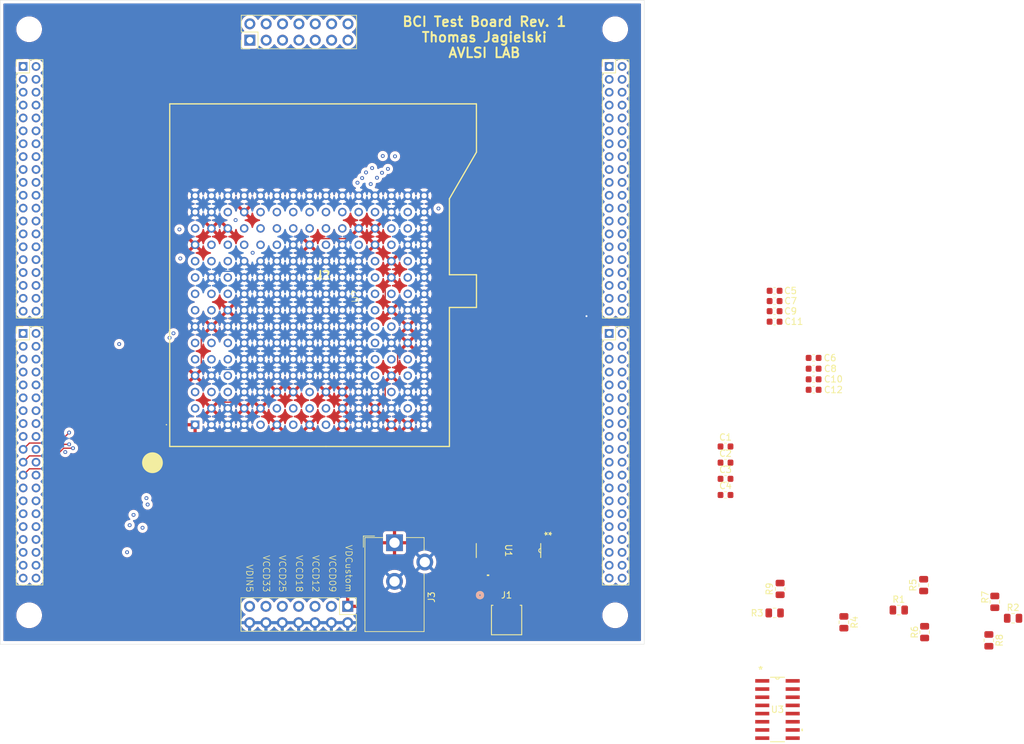
<source format=kicad_pcb>
(kicad_pcb (version 20240108) (generator "pcbnew") (generator_version "8.0")
  (layers (0 "F.Cu" signal) (1 "In1.Cu" signal) (2 "In2.Cu" signal) (31 "B.Cu" signal) (34 "B.Paste" user) (35 "F.Paste" user) (36 "B.SilkS" user "B.Silkscreen") (37 "F.SilkS" user "F.Silkscreen") (38 "B.Mask" user) (39 "F.Mask" user) (44 "Edge.Cuts" user))
  (net 0 "")
  (net 1 "/GND")
  (net 2 "/VCCD33")
  (net 3 "/VDD08")
  (net 4 "/HALO_clk_aes_i_cell")
  (net 5 "/HALO_din_data_i_3_cell")
  (net 6 "/HALO_dout_data_o_4_cell")
  (net 7 "/ibex_SPI_slave_SCLK_i_cell")
  (net 8 "/HALO_clk_intcnt_i_cell")
  (net 9 "/AMC_sram_finish_o_cell")
  (net 10 "/HALO_dout_data_o_2_cell")
  (net 11 "/HALO_dout_data_o_0_cell")
  (net 12 "/HALO_din_data_i_6_cell")
  (net 13 "/ibex_GPIO_OUT_data_o_3_cell")
  (net 14 "/AMC_sram_sleep_i_cell")
  (net 15 "/HALO_clk_dwt_i_cell")
  (net 16 "/HALO_clk_rc_i_cell")
  (net 17 "/ibex_GPIO_OUT_data_o_7_cell")
  (net 18 "/HALO_din_data_i_1_cell")
  (net 19 "/ibex_prog_i_cell")
  (net 20 "/HALO_cfg_mux_i_3_cell")
  (net 21 "/HALO_cfg_mux_i_2_cell")
  (net 22 "/HALO_clk_in_internal_o_cell")
  (net 23 "/HALO_clk_ma_i_cell")
  (net 24 "/HALO_din_data_i_7_cell")
  (net 25 "/HALO_pipeline_i_2_cell")
  (net 26 "/ibex_SPI_slave_MOSI_i_cell")
  (net 27 "/HALO_clk_in_i_cell")
  (net 28 "/HALO_din_data_i_2_cell")
  (net 29 "/HALO_cfg_data_in_i_cell")
  (net 30 "/HALO_cfg_mux_i_1_cell")
  (net 31 "/HALO_din_data_i_0_cell")
  (net 32 "/ibex_rst_ni_cell")
  (net 33 "/HALO_dout_data_o_1_cell")
  (net 34 "/HALO_clk_gate_i_cell")
  (net 35 "/AMC_sram_mux_i_0_cell")
  (net 36 "/ibex_GPIO_OUT_data_o_5_cell")
  (net 37 "/HALO_din_data_i_4_cell")
  (net 38 "/ibex_GPIO_OUT_data_o_0_cell")
  (net 39 "/HALO_pipeline_i_3_cell")
  (net 40 "/HALO_clk_out_internal_o_cell")
  (net 41 "/AMC_sram_reset_i_cell")
  (net 42 "/HALO_clk_lic_i_cell")
  (net 43 "/AMC_sram_test_i_cell")
  (net 44 "/AMC_sram_mux_i_1_cell")
  (net 45 "/HALO_clk_neo_i_cell")
  (net 46 "/HALO_aes_en_i_cell")
  (net 47 "/HALO_din_data_i_5_cell")
  (net 48 "/HALO_cfg_mux_i_0_cell")
  (net 49 "/ibex_GPIO_OUT_data_o_6_cell")
  (net 50 "/HALO_dout_data_o_6_cell")
  (net 51 "/HALO_pipeline_i_1_cell")
  (net 52 "/HALO_pipeline_i_0_cell")
  (net 53 "/HALO_clk_thr_i_cell")
  (net 54 "/HALO_cfg_rw_i_cell")
  (net 55 "/ibex_irq_i_cell")
  (net 56 "/HALO_cfg_sel_i_cell")
  (net 57 "/HALO_cfg_data_in_valid_i_cell")
  (net 58 "/HALO_clk_tok_i_cell")
  (net 59 "/HALO_rst_ni_cell")
  (net 60 "/ibex_clk_i_cell")
  (net 61 "/HALO_dout_data_o_7_cell")
  (net 62 "/HALO_clk_out_i_cell")
  (net 63 "/HALO_dout_data_o_5_cell")
  (net 64 "/HALO_din_vld_i_cell")
  (net 65 "/HALO_cfg_en_i_cell")
  (net 66 "/HALO_dout_data_o_3_cell")
  (net 67 "/ibex_GPIO_OUT_valid_o_cell")
  (net 68 "/AMC_sram_mux_i_2_cell")
  (net 69 "/ibex_GPIO_OUT_data_o_2_cell")
  (net 70 "/ibex_GPIO_OUT_data_o_1_cell")
  (net 71 "/HALO_top_mux_i_cell")
  (net 72 "/AMC_sram_error_o_cell")
  (net 73 "/HALO_gate_en_i_cell")
  (net 74 "/HALO_clk_lz_i_cell")
  (net 75 "/HALO_cfg_data_out_o_cell")
  (net 76 "/HALO_cfg_ack_o_cell")
  (net 77 "/ibex_GPIO_OUT_data_o_4_cell")
  (net 78 "/HALO_dout_vld_o_cell")
  (net 80 "Net-(U1-G)")
  (net 81 "Net-(U1-*G)")
  (net 82 "Net-(U3-G)")
  (net 83 "/NCS_P")
  (net 84 "/NCS")
  (net 85 "Net-(U3-*G)")
  (net 86 "/MISO1_P")
  (net 87 "/SCLK_N")
  (net 89 "/NCS_N")
  (net 90 "/SCLK")
  (net 91 "/MISO1")
  (net 92 "/SCLK_P")
  (net 93 "/MISO1_N")
  (net 94 "/MISO2_N")
  (net 98 "/MISO2")
  (net 100 "/MISO2_P")
  (net 101 "/MOSI_P")
  (net 102 "/MOSI_N")
  (net 103 "/MOSI")
  (footprint "Capacitor_SMD:C_0603_1608Metric" (layer "F.Cu") (at 164 91.625)
    (property "Reference" "C6")
    (property "Value" "10p")
  )
  (footprint "Capacitor_SMD:C_0603_1608Metric" (layer "F.Cu") (at 157.94 82.8)
    (property "Reference" "C7")
    (property "Value" "1n")
  )
  (footprint "Capacitor_SMD:C_0603_1608Metric" (layer "F.Cu") (at 150.32 110.4)
    (property "Reference" "C3")
    (property "Value" "100n")
  )
  (footprint "avlsi_preferred_parts:CONN_A79623-001_OMN" (layer "F.Cu") (at 116.325 132.325)
    (property "Reference" "J1")
    (property "Value" "A79623-001")
  )
  (footprint "Resistor_SMD:R_0805_2012Metric" (layer "F.Cu") (at 181.2378 134.205 -90)
    (property "Reference" "R6")
    (property "Value" "100")
  )
  (footprint "avlsi_preferred_parts:D16" (layer "F.Cu") (at 116.625 121.5378 -90)
    (property "Reference" "U1")
    (property "Value" "SN65LVDS33D")
  )
  (footprint "Capacitor_SMD:C_0603_1608Metric" (layer "F.Cu") (at 157.94 86)
    (property "Reference" "C11")
    (property "Value" "10u")
  )
  (footprint "Capacitor_SMD:C_0603_1608Metric" (layer "F.Cu") (at 157.94 84.37)
    (property "Reference" "C9")
    (property "Value" "100n")
  )
  (footprint "Resistor_SMD:R_0805_2012Metric" (layer "F.Cu") (at 191.2128 135.48 -90)
    (property "Reference" "R8")
    (property "Value" "10k")
  )
  (footprint "Connector_BarrelJack:BarrelJack_CUI_PJ-102AH_Horizontal" (layer "F.Cu") (at 98.925 120.325)
    (property "Reference" "J3")
    (property "Value" "PJ-102AH")
  )
  (footprint "Resistor_SMD:R_0805_2012Metric" (layer "F.Cu") (at 168.7 132.675 -90)
    (property "Reference" "R4")
    (property "Value" "100")
  )
  (footprint "Resistor_SMD:R_0805_2012Metric" (layer "F.Cu") (at 177.225 130.775)
    (property "Reference" "R1")
    (property "Value" "10k")
  )
  (footprint "Resistor_SMD:R_0805_2012Metric" (layer "F.Cu") (at 181.0878 126.905 90)
    (property "Reference" "R5")
    (property "Value" "100")
  )
  (footprint "Resistor_SMD:R_0805_2012Metric" (layer "F.Cu") (at 158.7983 127.495 90)
    (property "Reference" "R9")
    (property "Value" "10k")
  )
  (footprint "Capacitor_SMD:C_0603_1608Metric" (layer "F.Cu") (at 164 96.575 180)
    (property "Reference" "C12")
    (property "Value" "10u")
  )
  (footprint "Resistor_SMD:R_0805_2012Metric" (layer "F.Cu") (at 192.1378 129.505 90)
    (property "Reference" "R7")
    (property "Value" "10k")
  )
  (footprint "Capacitor_SMD:C_0603_1608Metric" (layer "F.Cu") (at 164 93.3)
    (property "Reference" "C8")
    (property "Value" "1n")
  )
  (footprint "avlsi_preferred_parts:D16" (layer "F.Cu") (at 158.3896 146.219)
    (property "Reference" "U3")
    (property "Value" "SN65LVDS33D")
  )
  (footprint "Capacitor_SMD:C_0603_1608Metric" (layer "F.Cu") (at 150.32 107.89)
    (property "Reference" "C2")
    (property "Value" "10u")
  )
  (footprint "Capacitor_SMD:C_0603_1608Metric" (layer "F.Cu") (at 157.94 81.205)
    (property "Reference" "C5")
    (property "Value" "10p")
  )
  (footprint "Capacitor_SMD:C_0603_1608Metric" (layer "F.Cu") (at 150.32 112.91)
    (property "Reference" "C4")
    (property "Value" "10u")
  )
  (footprint "avlsi_preferred_parts:avlsi_power_board_opal_kelly" (layer "F.Cu") (at 88.63 88.37)
    (property "Reference" "U2")
    (property "Value" "~")
    (fp_rect (start -50.94 -52.28) (end 49.06 47.72) (stroke (width 0.05)) (fill none) (layer "Edge.Cuts"))
  )
  (footprint "Capacitor_SMD:C_0603_1608Metric" (layer "F.Cu") (at 164 94.95)
    (property "Reference" "C10")
    (property "Value" "100n")
  )
  (footprint "Resistor_SMD:R_0805_2012Metric" (layer "F.Cu") (at 194.975 132.05)
    (property "Reference" "R2")
    (property "Value" "100")
  )
  (footprint "Resistor_SMD:R_0805_2012Metric" (layer "F.Cu") (at 157.95 131.225)
    (property "Reference" "R3")
    (property "Value" "100")
  )
  (footprint "avlsi_preferred_parts:225PRS1500112" (layer "F.Cu") (at 67.96 102)
    (property "Reference" "J2")
    (property "Value" "225-PRS15001-12" (hide yes))
  )
  (footprint "Capacitor_SMD:C_0603_1608Metric" (layer "F.Cu") (at 150.32 105.38)
    (property "Reference" "C1")
    (property "Value" "100n")
  )
  (gr_circle (center 61.34 107.9) (end 61.34 106.385652) (stroke (width 0.2)) (fill solid) (layer "F.SilkS"))
  (gr_text "VDIN5" (at 75.825 123.625 270) (layer "F.SilkS") (effects (font (size 1 1) (thickness 0.1)) (justify left bottom)))
  (gr_text "BCI Test Board Rev. 1\nThomas Jagielski\nAVLSI LAB" (at 112.875 45.125 0) (layer "F.SilkS") (effects (font (size 1.5 1.5) (thickness 0.3) (bold yes)) (justify bottom)))
  (gr_text "VCCD18" (at 83.55 122.175 270) (layer "F.SilkS") (effects (font (size 1 1) (thickness 0.1)) (justify left bottom)))
  (gr_text "VCCD12" (at 86.1 122.175 270) (layer "F.SilkS") (effects (font (size 1 1) (thickness 0.1)) (justify left bottom)))
  (gr_text "VCCD25" (at 80.925 122.175 270) (layer "F.SilkS") (effects (font (size 1 1) (thickness 0.1)) (justify left bottom)))
  (gr_text "VCCD09" (at 88.7 122.175 270) (layer "F.SilkS") (effects (font (size 1 1) (thickness 0.1)) (justify left bottom)))
  (gr_text "VCCD33" (at 78.425 122.175 270) (layer "F.SilkS") (effects (font (size 1 1) (thickness 0.1)) (justify left bottom)))
  (gr_text "VDCustom" (at 91.24 120.575 270) (layer "F.SilkS") (effects (font (size 1 1) (thickness 0.1)) (justify left bottom)))
  (segment (start 93.36 89.3) (end 94.318 90.258) (width 0.2) (layer "B.Cu") (net 1))
  (segment (start 70.5 79.14) (end 71.458 78.182) (width 0.2) (layer "B.Cu") (net 1))
  (segment (start 74.622 93.422) (end 75.58 94.38) (width 0.2) (layer "B.Cu") (net 1))
  (segment (start 94.318 90.258) (end 97.482 90.258) (width 0.2) (layer "B.Cu") (net 1))
  (segment (start 71.458 93.422) (end 74.622 93.422) (width 0.2) (layer "B.Cu") (net 1))
  (segment (start 71.458 78.182) (end 74.622 78.182) (width 0.2) (layer "B.Cu") (net 1))
  (segment (start 70.5 94.38) (end 71.458 93.422) (width 0.2) (layer "B.Cu") (net 1))
  (segment (start 97.482 90.258) (end 98.44 89.3) (width 0.2) (layer "B.Cu") (net 1))
  (segment (start 74.622 78.182) (end 75.58 79.14) (width 0.2) (layer "B.Cu") (net 1))
  (segment (start 97.482 80.098) (end 98.44 79.14) (width 0.2) (layer "F.Cu") (net 3))
  (segment (start 98.44 94.38) (end 99.4 93.42) (width 0.2) (layer "F.Cu") (net 3))
  (segment (start 86.698 73.102) (end 91.778 73.102) (width 0.2) (layer "F.Cu") (net 3))
  (segment (start 85.74 74.06) (end 86.698 73.102) (width 0.2) (layer "F.Cu") (net 3))
  (segment (start 97.482 97.878) (end 97.482 95.338) (width 0.2) (layer "F.Cu") (net 3))
  (segment (start 97.482 95.338) (end 98.44 94.38) (width 0.2) (layer "F.Cu") (net 3))
  (segment (start 74.622 98.502) (end 75.58 99.46) (width 0.2) (layer "F.Cu") (net 3))
  (segment (start 68.918 88.342) (end 70.5 86.76) (width 0.2) (layer "F.Cu") (net 3))
  (segment (start 97.482 83.262) (end 97.482 80.098) (width 0.2) (layer "F.Cu") (net 3))
  (segment (start 71.458 98.502) (end 74.622 98.502) (width 0.2) (layer "F.Cu") (net 3))
  (segment (start 99.4 93.42) (end 99.4 90.88) (width 0.2) (layer "F.Cu") (net 3))
  (segment (start 91.778 73.102) (end 93.36 71.52) (width 0.2) (layer "F.Cu") (net 3))
  (segment (start 70.5 99.46) (end 71.458 98.502) (width 0.2) (layer "F.Cu") (net 3))
  (segment (start 99.4 90.88) (end 100.98 89.3) (width 0.2) (layer "F.Cu") (net 3))
  (segment (start 68.918 93.422) (end 68.918 88.342) (width 0.2) (layer "F.Cu") (net 3))
  (segment (start 95.9 99.46) (end 97.482 97.878) (width 0.2) (layer "F.Cu") (net 3))
  (segment (start 98.44 84.22) (end 97.482 83.262) (width 0.2) (layer "F.Cu") (net 3))
  (segment (start 67.96 94.38) (end 68.918 93.422) (width 0.2) (layer "F.Cu") (net 3))
  (segment (start 41.26 105.82) (end 42.235 104.845) (width 0.2) (layer "F.Cu") (net 4))
  (segment (start 42.235 104.845) (end 46.775 104.845) (width 0.2) (layer "F.Cu") (net 4))
  (segment (start 46.775 104.845) (end 48.4 103.22) (width 0.2) (layer "F.Cu") (net 4))
  (via (at 48.4 103.22) (size 0.6) (drill 0.3) (layers "F.Cu" "B.Cu") (net 4))
  (via (at 64.598629 87.8) (size 0.6) (drill 0.3) (layers "F.Cu" "B.Cu") (net 4))
  (via (at 58.4 116) (size 0.6) (drill 0.3) (layers "F.Cu" "B.Cu") (net 6))
  (via (at 57.8 117.6) (size 0.6) (drill 0.3) (layers "F.Cu" "B.Cu") (net 6))
  (via (at 94.5 62.825) (size 0.6) (drill 0.3) (layers "F.Cu" "B.Cu") (net 16))
  (via (at 96.9797 62.8797) (size 0.6) (drill 0.3) (layers "F.Cu" "B.Cu") (net 16))
  (via (at 76.9 75.3) (size 0.6) (drill 0.3) (layers "F.Cu" "B.Cu") (net 17))
  (via (at 65.662663 76.184029) (size 0.6) (drill 0.3) (layers "F.Cu" "B.Cu") (net 20))
  (via (at 128.733235 85.141765) (size 0.6) (drill 0.3) (layers "F.Cu" "B.Cu") (net 24))
  (segment (start 44.351471 108.845) (end 42.235 108.845) (width 0.2) (layer "F.Cu") (net 27))
  (segment (start 42.235 108.845) (end 41.26 109.82) (width 0.2) (layer "F.Cu") (net 27))
  (segment (start 47.551471 105.645) (end 44.351471 108.845) (width 0.2) (layer "F.Cu") (net 27))
  (segment (start 49 105.645) (end 47.551471 105.645) (width 0.2) (layer "F.Cu") (net 27))
  (via (at 49 105.645) (size 0.6) (drill 0.3) (layers "F.Cu" "B.Cu") (net 27))
  (via (at 105.75 68.425) (size 0.6) (drill 0.3) (layers "F.Cu" "B.Cu") (net 28))
  (via (at 93.898327 63.698327) (size 0.6) (drill 0.3) (layers "F.Cu" "B.Cu") (net 30))
  (via (at 96.2047 63.6547) (size 0.6) (drill 0.3) (layers "F.Cu" "B.Cu") (net 30))
  (via (at 97.9 62.275) (size 0.6) (drill 0.3) (layers "F.Cu" "B.Cu") (net 42))
  (via (at 95.448327 62.148327) (size 0.6) (drill 0.3) (layers "F.Cu" "B.Cu") (net 42))
  (via (at 47.8 106.245) (size 0.6) (drill 0.3) (layers "F.Cu" "B.Cu") (net 45))
  (via (at 74.25 70.225) (size 0.6) (drill 0.3) (layers "F.Cu" "B.Cu") (net 49))
  (via (at 65.525 71.675) (size 0.6) (drill 0.3) (layers "F.Cu" "B.Cu") (net 49))
  (via (at 60.4 113.4) (size 0.6) (drill 0.3) (layers "F.Cu" "B.Cu") (net 50))
  (via (at 59.8 118) (size 0.6) (drill 0.3) (layers "F.Cu" "B.Cu") (net 50))
  (segment (start 41.26 107.82) (end 42.235 106.845) (width 0.2) (layer "F.Cu") (net 54))
  (segment (start 42.235 106.845) (end 45.785785 106.845) (width 0.2) (layer "F.Cu") (net 54))
  (segment (start 45.785785 106.845) (end 47.585785 105.045) (width 0.2) (layer "F.Cu") (net 54))
  (segment (start 47.585785 105.045) (end 48.4 105.045) (width 0.2) (layer "F.Cu") (net 54))
  (via (at 48.4 105.045) (size 0.6) (drill 0.3) (layers "F.Cu" "B.Cu") (net 54))
  (via (at 95.2297 64.6297) (size 0.6) (drill 0.3) (layers "F.Cu" "B.Cu") (net 58))
  (via (at 93.173327 64.423327) (size 0.6) (drill 0.3) (layers "F.Cu" "B.Cu") (net 58))
  (via (at 60.592892 114.392892) (size 0.6) (drill 0.3) (layers "F.Cu" "B.Cu") (net 61))
  (via (at 57.4 121.8) (size 0.6) (drill 0.3) (layers "F.Cu" "B.Cu") (net 61))
  (via (at 56.175735 89.475735) (size 0.6) (drill 0.3) (layers "F.Cu" "B.Cu") (net 62))
  (via (at 99 60.325) (size 0.6) (drill 0.3) (layers "F.Cu" "B.Cu") (net 64))
  (via (at 97.1 60.275) (size 0.6) (drill 0.3) (layers "F.Cu" "B.Cu") (net 64))
  (via (at 63.998629 88.5) (size 0.6) (drill 0.3) (layers "F.Cu" "B.Cu") (net 65))
  (zone (net 3) (net_name "/VDD08") (layer "F.Cu") (connect_pads (clearance 0.5)) (min_thickness 0.25) (fill yes (thermal_gap 0.5) (thermal_bridge_width 0.5))
    (polygon (pts (xy 37.7 136.075) (xy 37.7 36.05) (xy 137.7 36.05) (xy 137.7 136.075)))
  )
  (zone (net 1) (net_name "/GND") (layer "B.Cu") (connect_pads (clearance 0.5)) (min_thickness 0.25) (fill yes (thermal_gap 0.5) (thermal_bridge_width 0.5))
    (polygon (pts (xy 37.7 136.075) (xy 37.7 36.05) (xy 137.7 36.05) (xy 137.7 136.075)))
  )
)
</source>
